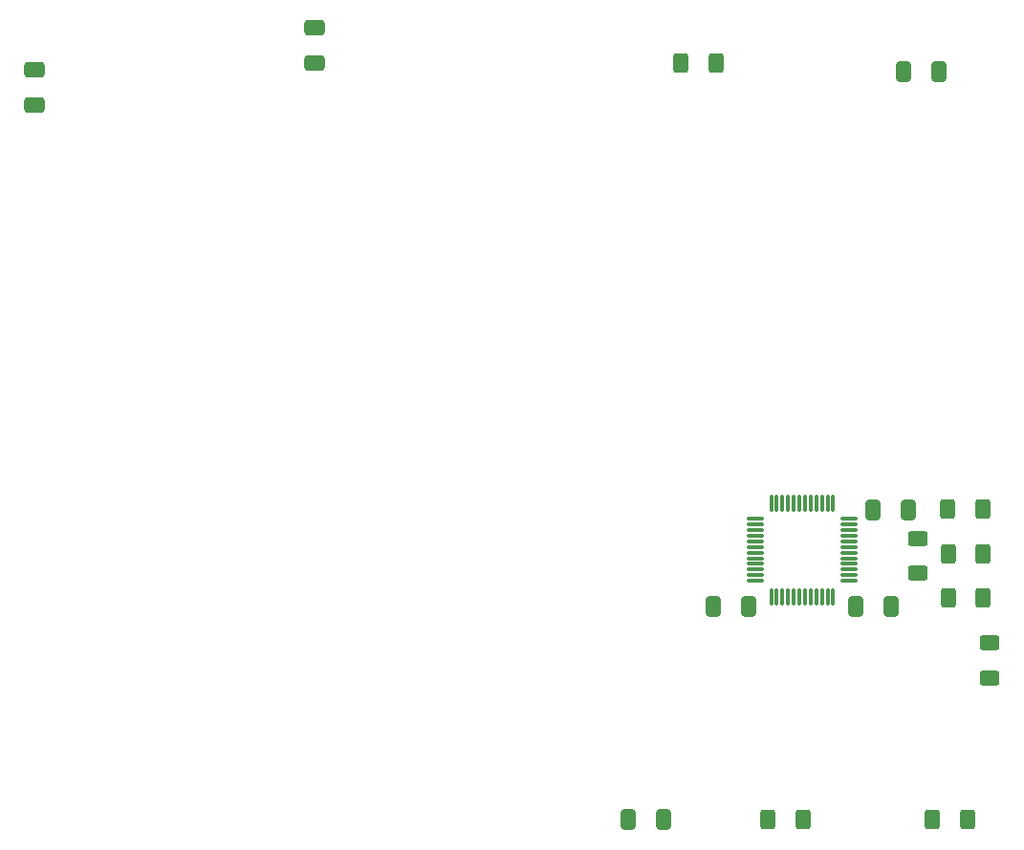
<source format=gbp>
G04 #@! TF.GenerationSoftware,KiCad,Pcbnew,8.0.6*
G04 #@! TF.CreationDate,2025-01-29T21:13:59-08:00*
G04 #@! TF.ProjectId,rezq_rev2,72657a71-5f72-4657-9632-2e6b69636164,rev?*
G04 #@! TF.SameCoordinates,Original*
G04 #@! TF.FileFunction,Paste,Bot*
G04 #@! TF.FilePolarity,Positive*
%FSLAX46Y46*%
G04 Gerber Fmt 4.6, Leading zero omitted, Abs format (unit mm)*
G04 Created by KiCad (PCBNEW 8.0.6) date 2025-01-29 21:13:59*
%MOMM*%
%LPD*%
G01*
G04 APERTURE LIST*
G04 Aperture macros list*
%AMRoundRect*
0 Rectangle with rounded corners*
0 $1 Rounding radius*
0 $2 $3 $4 $5 $6 $7 $8 $9 X,Y pos of 4 corners*
0 Add a 4 corners polygon primitive as box body*
4,1,4,$2,$3,$4,$5,$6,$7,$8,$9,$2,$3,0*
0 Add four circle primitives for the rounded corners*
1,1,$1+$1,$2,$3*
1,1,$1+$1,$4,$5*
1,1,$1+$1,$6,$7*
1,1,$1+$1,$8,$9*
0 Add four rect primitives between the rounded corners*
20,1,$1+$1,$2,$3,$4,$5,0*
20,1,$1+$1,$4,$5,$6,$7,0*
20,1,$1+$1,$6,$7,$8,$9,0*
20,1,$1+$1,$8,$9,$2,$3,0*%
G04 Aperture macros list end*
%ADD10RoundRect,0.250000X-0.650000X0.412500X-0.650000X-0.412500X0.650000X-0.412500X0.650000X0.412500X0*%
%ADD11RoundRect,0.250000X0.400000X0.625000X-0.400000X0.625000X-0.400000X-0.625000X0.400000X-0.625000X0*%
%ADD12RoundRect,0.250000X-0.400000X-0.625000X0.400000X-0.625000X0.400000X0.625000X-0.400000X0.625000X0*%
%ADD13RoundRect,0.075000X-0.662500X-0.075000X0.662500X-0.075000X0.662500X0.075000X-0.662500X0.075000X0*%
%ADD14RoundRect,0.075000X-0.075000X-0.662500X0.075000X-0.662500X0.075000X0.662500X-0.075000X0.662500X0*%
%ADD15RoundRect,0.250000X-0.412500X-0.650000X0.412500X-0.650000X0.412500X0.650000X-0.412500X0.650000X0*%
%ADD16RoundRect,0.250000X0.625000X-0.400000X0.625000X0.400000X-0.625000X0.400000X-0.625000X-0.400000X0*%
%ADD17RoundRect,0.250000X0.412500X0.650000X-0.412500X0.650000X-0.412500X-0.650000X0.412500X-0.650000X0*%
%ADD18RoundRect,0.250000X-0.625000X0.400000X-0.625000X-0.400000X0.625000X-0.400000X0.625000X0.400000X0*%
G04 APERTURE END LIST*
D10*
X158250000Y-120687500D03*
X158250000Y-123812500D03*
D11*
X242240400Y-163621200D03*
X239140400Y-163621200D03*
X242249400Y-167482000D03*
X239149400Y-167482000D03*
D12*
X223201200Y-187192400D03*
X226301200Y-187192400D03*
D13*
X222062500Y-166000000D03*
X222062500Y-165500000D03*
X222062500Y-165000000D03*
X222062500Y-164500000D03*
X222062500Y-164000000D03*
X222062500Y-163500000D03*
X222062500Y-163000000D03*
X222062500Y-162500000D03*
X222062500Y-162000000D03*
X222062500Y-161500000D03*
X222062500Y-161000000D03*
X222062500Y-160500000D03*
D14*
X223475000Y-159087500D03*
X223975000Y-159087500D03*
X224475000Y-159087500D03*
X224975000Y-159087500D03*
X225475000Y-159087500D03*
X225975000Y-159087500D03*
X226475000Y-159087500D03*
X226975000Y-159087500D03*
X227475000Y-159087500D03*
X227975000Y-159087500D03*
X228475000Y-159087500D03*
X228975000Y-159087500D03*
D13*
X230387500Y-160500000D03*
X230387500Y-161000000D03*
X230387500Y-161500000D03*
X230387500Y-162000000D03*
X230387500Y-162500000D03*
X230387500Y-163000000D03*
X230387500Y-163500000D03*
X230387500Y-164000000D03*
X230387500Y-164500000D03*
X230387500Y-165000000D03*
X230387500Y-165500000D03*
X230387500Y-166000000D03*
D14*
X228975000Y-167412500D03*
X228475000Y-167412500D03*
X227975000Y-167412500D03*
X227475000Y-167412500D03*
X226975000Y-167412500D03*
X226475000Y-167412500D03*
X225975000Y-167412500D03*
X225475000Y-167412500D03*
X224975000Y-167412500D03*
X224475000Y-167412500D03*
X223975000Y-167412500D03*
X223475000Y-167412500D03*
D12*
X237764800Y-187192400D03*
X240864800Y-187192400D03*
D15*
X230962500Y-168250000D03*
X234087500Y-168250000D03*
D16*
X242849400Y-174598000D03*
X242849400Y-171498000D03*
D11*
X242198600Y-159658800D03*
X239098600Y-159658800D03*
D15*
X232462500Y-159750000D03*
X235587500Y-159750000D03*
D17*
X221487500Y-168250000D03*
X218362500Y-168250000D03*
D18*
X236474000Y-162249000D03*
X236474000Y-165349000D03*
D10*
X183033000Y-116940900D03*
X183033000Y-120065900D03*
D17*
X213906500Y-187167000D03*
X210781500Y-187167000D03*
D11*
X218590300Y-120066600D03*
X215490300Y-120066600D03*
D17*
X238312500Y-120847200D03*
X235187500Y-120847200D03*
M02*

</source>
